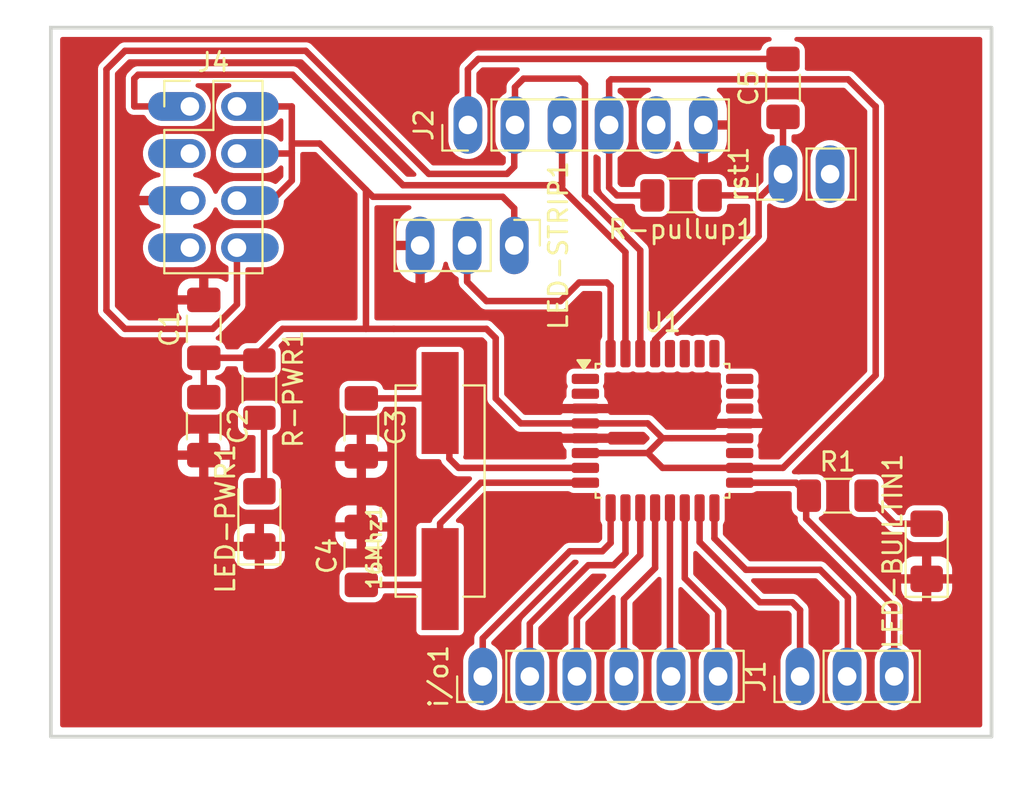
<source format=kicad_pcb>
(kicad_pcb (version 20241229) (generator "pcbnew") (generator_version "9.0")
  (layers (0 "F.Cu" signal) (2 "B.Cu" signal) (13 "F.Paste" user) (15 "B.Paste" user) (5 "F.SilkS" user "F.Silkscreen") (7 "B.SilkS" user "B.Silkscreen") (1 "F.Mask" user) (3 "B.Mask" user) (25 "Edge.Cuts" user))
  (net 0 "")
  (net 1 "GND")
  (net 2 "VCC")
  (net 3 "xtal1")
  (net 4 "xtal2")
  (net 5 "rstFTDI")
  (net 6 "rst")
  (net 7 "miso")
  (net 8 "sck")
  (net 9 "mosi")
  (net 11 "TXD")
  (net 12 "RXD")
  (net 13 "Net-(LED-BUILTIN1-A)")
  (net 14 "Net-(LED-PWR1-A)")
  (net 15 "9")
  (net 16 "5")
  (net 17 "8")
  (net 18 "6")
  (net 19 "10")
  (net 20 "7")
  (net 21 "ADC7")
  (net 22 "ADC6")
  (net 23 "4")
  (net 24 "2")
  (net 25 "3")
  (net 26 "SDA")
  (net 27 "A3")
  (net 28 "A0")
  (net 29 "SCL")
  (net 30 "A1")
  (net 31 "A2")
  (footprint "PinheadersModified:PinHeader_1x06_P2.54mm_VerticalAA" (layer "F.Cu") (at 109.3 113.75 90)
    (property "Reference" "i/o1" (at 0 -2.38 90) (layer "F.SilkS"))
    (property "Value" "Conn_01x06_Pin")
    (fp_line (start -1.38 -1.38) (end 0 -1.38) (stroke (width 0.12)) (layer "F.SilkS"))
    (fp_line (start -1.38 0) (end -1.38 -1.38) (stroke (width 0.12)) (layer "F.SilkS"))
    (fp_line (start 1.38 1.27) (end 1.38 14.08) (stroke (width 0.12)) (layer "F.SilkS"))
    (fp_line (start -1.38 1.27) (end 1.38 1.27) (stroke (width 0.12)) (layer "F.SilkS"))
    (fp_line (start -1.38 1.27) (end -1.38 14.08) (stroke (width 0.12)) (layer "F.SilkS"))
    (fp_line (start -1.38 14.08) (end 1.38 14.08) (stroke (width 0.12)) (layer "F.SilkS"))
    (pad "1" thru_hole oval (at 0 0 90) (size 3.1 1.55) (drill 1) (layers "*.Cu" "*.Mask") (net 16 "5"))
    (pad "2" thru_hole oval (at 0 2.54 90) (size 3.1 1.55) (drill 1) (layers "*.Cu" "*.Mask") (net 18 "6"))
    (pad "3" thru_hole oval (at 0 5.08 90) (size 3.1 1.55) (drill 1) (layers "*.Cu" "*.Mask") (net 20 "7"))
    (pad "4" thru_hole oval (at 0 7.62 90) (size 3.1 1.55) (drill 1) (layers "*.Cu" "*.Mask") (net 17 "8"))
    (pad "5" thru_hole oval (at 0 10.16 90) (size 3.1 1.55) (drill 1) (layers "*.Cu" "*.Mask") (net 15 "9"))
    (pad "6" thru_hole oval (at 0 12.7 90) (size 3.1 1.55) (drill 1) (layers "*.Cu" "*.Mask") (net 19 "10"))
  )
  (footprint "Connector_PinHeader_2.54mm:PinHeader_1x03_P2.54mm_Vertical" (layer "F.Cu") (at 126.42 113.75 90)
    (property "Reference" "J1" (at 0 -2.38 90) (layer "F.SilkS"))
    (property "Value" "Conn_01x03_Pin")
    (fp_line (start -1.38 -1.38) (end 0 -1.38) (stroke (width 0.12)) (layer "F.SilkS"))
    (fp_line (start -1.38 0) (end -1.38 -1.38) (stroke (width 0.12)) (layer "F.SilkS"))
    (fp_line (start 1.38 1.27) (end 1.38 6.46) (stroke (width 0.12)) (layer "F.SilkS"))
    (fp_line (start -1.38 1.27) (end 1.38 1.27) (stroke (width 0.12)) (layer "F.SilkS"))
    (fp_line (start -1.38 1.27) (end -1.38 6.46) (stroke (width 0.12)) (layer "F.SilkS"))
    (fp_line (start -1.38 6.46) (end 1.38 6.46) (stroke (width 0.12)) (layer "F.SilkS"))
    (pad "1" thru_hole oval (at 0 0 90) (size 3.1 1.55) (drill 1) (layers "*.Cu" "*.Mask") (net 9 "mosi"))
    (pad "2" thru_hole oval (at 0 2.54 90) (size 3.1 1.55) (drill 1) (layers "*.Cu" "*.Mask") (net 7 "miso"))
    (pad "3" thru_hole oval (at 0 5.08 90) (size 3.1 1.55) (drill 1) (layers "*.Cu" "*.Mask") (net 8 "sck"))
  )
  (footprint "Resistor_SMD:R_1206_3216Metric_Pad1.30x1.75mm_HandSolder" (layer "F.Cu") (at 97.25 98.25 -90)
    (property "Reference" "R-PWR1" (at 0 -1.83 90) (layer "F.SilkS"))
    (property "Value" "499")
    (fp_line (start -0.727064 0.91) (end 0.727064 0.91) (stroke (width 0.12)) (layer "F.SilkS"))
    (fp_line (start -0.727064 -0.91) (end 0.727064 -0.91) (stroke (width 0.12)) (layer "F.SilkS"))
    (pad "1" smd roundrect (at -1.55 0 270) (size 1.3 1.75) (layers "F.Cu" "F.Mask" "F.Paste") (roundrect_rratio 0.192308) (net 2 "VCC"))
    (pad "2" smd roundrect (at 1.55 0 270) (size 1.3 1.75) (layers "F.Cu" "F.Mask" "F.Paste") (roundrect_rratio 0.192308) (net 14 "Net-(LED-PWR1-A)"))
  )
  (footprint "PinheadersModified:PinHeader_1x06_P2.54mm_VerticalAA" (layer "F.Cu") (at 108.5 84 90)
    (property "Reference" "J2" (at 0 -2.38 90) (layer "F.SilkS"))
    (property "Value" "Conn_01x06_Pin")
    (fp_line (start -1.38 -1.38) (end 0 -1.38) (stroke (width 0.12)) (layer "F.SilkS"))
    (fp_line (start -1.38 0) (end -1.38 -1.38) (stroke (width 0.12)) (layer "F.SilkS"))
    (fp_line (start 1.38 1.27) (end 1.38 14.08) (stroke (width 0.12)) (layer "F.SilkS"))
    (fp_line (start -1.38 1.27) (end 1.38 1.27) (stroke (width 0.12)) (layer "F.SilkS"))
    (fp_line (start -1.38 1.27) (end -1.38 14.08) (stroke (width 0.12)) (layer "F.SilkS"))
    (fp_line (start -1.38 14.08) (end 1.38 14.08) (stroke (width 0.12)) (layer "F.SilkS"))
    (pad "1" thru_hole oval (at 0 0 90) (size 3.1 1.55) (drill 1) (layers "*.Cu" "*.Mask") (net 5 "rstFTDI"))
    (pad "2" thru_hole oval (at 0 2.54 90) (size 3.1 1.55) (drill 1) (layers "*.Cu" "*.Mask") (net 12 "RXD"))
    (pad "3" thru_hole oval (at 0 5.08 90) (size 3.1 1.55) (drill 1) (layers "*.Cu" "*.Mask") (net 11 "TXD"))
    (pad "4" thru_hole oval (at 0 7.62 90) (size 3.1 1.55) (drill 1) (layers "*.Cu" "*.Mask") (net 2 "VCC"))
    (pad "5" thru_hole oval (at 0 10.16 90) (size 3.1 1.55) (drill 1) (layers "*.Cu" "*.Mask"))
    (pad "6" thru_hole oval (at 0 12.7 90) (size 3.1 1.55) (drill 1) (layers "*.Cu" "*.Mask") (net 1 "GND"))
  )
  (footprint "Capacitor_SMD:C_1206_3216Metric_Pad1.33x1.80mm_HandSolder" (layer "F.Cu") (at 102.75 100.3125 -90)
    (property "Reference" "C3" (at 0 -1.85 90) (layer "F.SilkS"))
    (property "Value" "22 pf")
    (fp_line (start -0.711252 0.91) (end 0.711252 0.91) (stroke (width 0.12)) (layer "F.SilkS"))
    (fp_line (start -0.711252 -0.91) (end 0.711252 -0.91) (stroke (width 0.12)) (layer "F.SilkS"))
    (pad "1" smd roundrect (at -1.5625 0 270) (size 1.325 1.8) (layers "F.Cu" "F.Mask" "F.Paste") (roundrect_rratio 0.188679) (net 3 "xtal1"))
    (pad "2" smd roundrect (at 1.5625 0 270) (size 1.325 1.8) (layers "F.Cu" "F.Mask" "F.Paste") (roundrect_rratio 0.188679) (net 1 "GND"))
  )
  (footprint "LED_SMD:LED_1206_3216Metric_Pad1.42x1.75mm_HandSolder" (layer "F.Cu") (at 97.25 105.25 90)
    (property "Reference" "LED-PWR1" (at 0 -1.83 90) (layer "F.SilkS"))
    (property "Value" "Green")
    (fp_line (start 1.6 -1.135) (end -2.46 -1.135) (stroke (width 0.12)) (layer "F.SilkS"))
    (fp_line (start -2.46 -1.135) (end -2.46 1.135) (stroke (width 0.12)) (layer "F.SilkS"))
    (fp_line (start -2.46 1.135) (end 1.6 1.135) (stroke (width 0.12)) (layer "F.SilkS"))
    (pad "1" smd roundrect (at -1.4875 0 90) (size 1.425 1.75) (layers "F.Cu" "F.Mask" "F.Paste") (roundrect_rratio 0.175439) (net 1 "GND"))
    (pad "2" smd roundrect (at 1.4875 0 90) (size 1.425 1.75) (layers "F.Cu" "F.Mask" "F.Paste") (roundrect_rratio 0.175439) (net 14 "Net-(LED-PWR1-A)"))
  )
  (footprint "Resistor_SMD:R_1206_3216Metric_Pad1.30x1.75mm_HandSolder" (layer "F.Cu") (at 120 87.8 180)
    (property "Reference" "R-pullup1" (at 0 -1.83 0) (layer "F.SilkS"))
    (property "Value" "10k")
    (fp_line (start -0.727064 0.91) (end 0.727064 0.91) (stroke (width 0.12)) (layer "F.SilkS"))
    (fp_line (start -0.727064 -0.91) (end 0.727064 -0.91) (stroke (width 0.12)) (layer "F.SilkS"))
    (pad "1" smd roundrect (at -1.55 0 180) (size 1.3 1.75) (layers "F.Cu" "F.Mask" "F.Paste") (roundrect_rratio 0.192308) (net 6 "rst"))
    (pad "2" smd roundrect (at 1.55 0 180) (size 1.3 1.75) (layers "F.Cu" "F.Mask" "F.Paste") (roundrect_rratio 0.192308) (net 2 "VCC"))
  )
  (footprint "Capacitor_SMD:C_1206_3216Metric_Pad1.33x1.80mm_HandSolder" (layer "F.Cu") (at 125.5 82 90)
    (property "Reference" "C5" (at 0 -1.85 90) (layer "F.SilkS"))
    (property "Value" "100 nf")
    (fp_line (start -0.711252 -0.91) (end 0.711252 -0.91) (stroke (width 0.12)) (layer "F.SilkS"))
    (fp_line (start -0.711252 0.91) (end 0.711252 0.91) (stroke (width 0.12)) (layer "F.SilkS"))
    (pad "1" smd roundrect (at -1.5625 0 90) (size 1.325 1.8) (layers "F.Cu" "F.Mask" "F.Paste") (roundrect_rratio 0.188679) (net 6 "rst"))
    (pad "2" smd roundrect (at 1.5625 0 90) (size 1.325 1.8) (layers "F.Cu" "F.Mask" "F.Paste") (roundrect_rratio 0.188679) (net 5 "rstFTDI"))
  )
  (footprint "Connector_PinHeader_2.54mm:PinHeader_1x03_P2.54mm_Vertical" (layer "F.Cu") (at 111 90.5 -90)
    (property "Reference" "LED-STRIP1" (at 0 -2.38 270) (layer "F.SilkS"))
    (property "Value" "Conn_01x03_Pin")
    (fp_line (start -1.38 6.46) (end 1.38 6.46) (stroke (width 0.12)) (layer "F.SilkS"))
    (fp_line (start -1.38 1.27) (end -1.38 6.46) (stroke (width 0.12)) (layer "F.SilkS"))
    (fp_line (start -1.38 1.27) (end 1.38 1.27) (stroke (width 0.12)) (layer "F.SilkS"))
    (fp_line (start 1.38 1.27) (end 1.38 6.46) (stroke (width 0.12)) (layer "F.SilkS"))
    (fp_line (start -1.38 0) (end -1.38 -1.38) (stroke (width 0.12)) (layer "F.SilkS"))
    (fp_line (start -1.38 -1.38) (end 0 -1.38) (stroke (width 0.12)) (layer "F.SilkS"))
    (pad "1" thru_hole oval (at 0 0 270) (size 3.1 1.55) (drill 1) (layers "*.Cu" "*.Mask") (net 2 "VCC"))
    (pad "2" thru_hole oval (at 0 2.54 270) (size 3.1 1.55) (drill 1) (layers "*.Cu" "*.Mask") (net 24 "2"))
    (pad "3" thru_hole oval (at 0 5.08 270) (size 3.1 1.55) (drill 1) (layers "*.Cu" "*.Mask") (net 1 "GND"))
  )
  (footprint "Package_QFP:TQFP-32_7x7mm_P0.8mm" (layer "F.Cu") (at 119 100.5)
    (property "Reference" "U1" (at 0 -5.85 0) (layer "F.SilkS"))
    (property "Value" "ATmega328P-A")
    (fp_line (start -3.61 -3.61) (end -3.335 -3.61) (stroke (width 0.12)) (layer "F.SilkS"))
    (fp_line (start -3.61 -3.335) (end -3.61 -3.61) (stroke (width 0.12)) (layer "F.SilkS"))
    (fp_line (start -3.61 3.61) (end -3.61 3.335) (stroke (width 0.12)) (layer "F.SilkS"))
    (fp_line (start -3.335 3.61) (end -3.61 3.61) (stroke (width 0.12)) (layer "F.SilkS"))
    (fp_line (start 3.335 -3.61) (end 3.61 -3.61) (stroke (width 0.12)) (layer "F.SilkS"))
    (fp_line (start 3.61 -3.61) (end 3.61 -3.335) (stroke (width 0.12)) (layer "F.SilkS"))
    (fp_line (start 3.61 3.335) (end 3.61 3.61) (stroke (width 0.12)) (layer "F.SilkS"))
    (fp_line (start 3.61 3.61) (end 3.335 3.61) (stroke (width 0.12)) (layer "F.SilkS"))
    (fp_poly (pts (xy -4.25 -3.34) (xy -4.59 -3.81) (xy -3.91 -3.81)) (stroke (width 0.12)) (fill yes) (layer "F.SilkS"))
    (pad "1" smd roundrect (at -4.1625 -2.8) (size 1.475 0.55) (layers "F.Cu" "F.Mask" "F.Paste") (net 25 "3"))
    (pad "2" smd roundrect (at -4.1625 -2) (size 1.475 0.55) (layers "F.Cu" "F.Mask" "F.Paste") (net 23 "4"))
    (pad "3" smd roundrect (at -4.1625 -1.2) (size 1.475 0.55) (layers "F.Cu" "F.Mask" "F.Paste") (net 1 "GND"))
    (pad "4" smd roundrect (at -4.1625 -0.4) (size 1.475 0.55) (layers "F.Cu" "F.Mask" "F.Paste") (net 2 "VCC"))
    (pad "5" smd roundrect (at -4.1625 0.4) (size 1.475 0.55) (layers "F.Cu" "F.Mask" "F.Paste") (net 1 "GND"))
    (pad "6" smd roundrect (at -4.1625 1.2) (size 1.475 0.55) (layers "F.Cu" "F.Mask" "F.Paste") (net 2 "VCC"))
    (pad "7" smd roundrect (at -4.1625 2) (size 1.475 0.55) (layers "F.Cu" "F.Mask" "F.Paste") (net 3 "xtal1"))
    (pad "8" smd roundrect (at -4.1625 2.8) (size 1.475 0.55) (layers "F.Cu" "F.Mask" "F.Paste") (net 4 "xtal2"))
    (pad "9" smd roundrect (at -2.8 4.1625) (size 0.55 1.475) (layers "F.Cu" "F.Mask" "F.Paste") (net 16 "5"))
    (pad "10" smd roundrect (at -2 4.1625) (size 0.55 1.475) (layers "F.Cu" "F.Mask" "F.Paste") (net 18 "6"))
    (pad "11" smd roundrect (at -1.2 4.1625) (size 0.55 1.475) (layers "F.Cu" "F.Mask" "F.Paste") (net 20 "7"))
    (pad "12" smd roundrect (at -0.4 4.1625) (size 0.55 1.475) (layers "F.Cu" "F.Mask" "F.Paste") (net 17 "8"))
    (pad "13" smd roundrect (at 0.4 4.1625) (size 0.55 1.475) (layers "F.Cu" "F.Mask" "F.Paste") (net 15 "9"))
    (pad "14" smd roundrect (at 1.2 4.1625) (size 0.55 1.475) (layers "F.Cu" "F.Mask" "F.Paste") (net 19 "10"))
    (pad "15" smd roundrect (at 2 4.1625) (size 0.55 1.475) (layers "F.Cu" "F.Mask" "F.Paste") (net 9 "mosi"))
    (pad "16" smd roundrect (at 2.8 4.1625) (size 0.55 1.475) (layers "F.Cu" "F.Mask" "F.Paste") (net 7 "miso"))
    (pad "17" smd roundrect (at 4.1625 2.8) (size 1.475 0.55) (layers "F.Cu" "F.Mask" "F.Paste") (net 8 "sck"))
    (pad "18" smd roundrect (at 4.1625 2) (size 1.475 0.55) (layers "F.Cu" "F.Mask" "F.Paste") (net 2 "VCC"))
    (pad "19" smd roundrect (at 4.1625 1.2) (size 1.475 0.55) (layers "F.Cu" "F.Mask" "F.Paste") (net 22 "ADC6"))
    (pad "20" smd roundrect (at 4.1625 0.4) (size 1.475 0.55) (layers "F.Cu" "F.Mask" "F.Paste") (net 2 "VCC"))
    (pad "21" smd roundrect (at 4.1625 -0.4) (size 1.475 0.55) (layers "F.Cu" "F.Mask" "F.Paste") (net 1 "GND"))
    (pad "22" smd roundrect (at 4.1625 -1.2) (size 1.475 0.55) (layers "F.Cu" "F.Mask" "F.Paste") (net 21 "ADC7"))
    (pad "23" smd roundrect (at 4.1625 -2) (size 1.475 0.55) (layers "F.Cu" "F.Mask" "F.Paste") (net 28 "A0"))
    (pad "24" smd roundrect (at 4.1625 -2.8) (size 1.475 0.55) (layers "F.Cu" "F.Mask" "F.Paste") (net 30 "A1"))
    (pad "25" smd roundrect (at 2.8 -4.1625) (size 0.55 1.475) (layers "F.Cu" "F.Mask" "F.Paste") (net 31 "A2"))
    (pad "26" smd roundrect (at 2 -4.1625) (size 0.55 1.475) (layers "F.Cu" "F.Mask" "F.Paste") (net 27 "A3"))
    (pad "27" smd roundrect (at 1.2 -4.1625) (size 0.55 1.475) (layers "F.Cu" "F.Mask" "F.Paste") (net 29 "SCL"))
    (pad "28" smd roundrect (at 0.4 -4.1625) (size 0.55 1.475) (layers "F.Cu" "F.Mask" "F.Paste") (net 26 "SDA"))
    (pad "29" smd roundrect (at -0.4 -4.1625) (size 0.55 1.475) (layers "F.Cu" "F.Mask" "F.Paste") (net 6 "rst"))
    (pad "30" smd roundrect (at -1.2 -4.1625) (size 0.55 1.475) (layers "F.Cu" "F.Mask" "F.Paste") (net 12 "RXD"))
    (pad "31" smd roundrect (at -2 -4.1625) (size 0.55 1.475) (layers "F.Cu" "F.Mask" "F.Paste") (net 11 "TXD"))
    (pad "32" smd roundrect (at -2.8 -4.1625) (size 0.55 1.475) (layers "F.Cu" "F.Mask" "F.Paste") (net 24 "2"))
  )
  (footprint "Capacitor_SMD:C_1206_3216Metric_Pad1.33x1.80mm_HandSolder" (layer "F.Cu") (at 94.25 100.25 -90)
    (property "Reference" "C2" (at 0 -1.85 90) (layer "F.SilkS"))
    (property "Value" "10 uf")
    (fp_line (start -0.711252 0.91) (end 0.711252 0.91) (stroke (width 0.12)) (layer "F.SilkS"))
    (fp_line (start -0.711252 -0.91) (end 0.711252 -0.91) (stroke (width 0.12)) (layer "F.SilkS"))
    (pad "1" smd roundrect (at -1.5625 0 270) (size 1.325 1.8) (layers "F.Cu" "F.Mask" "F.Paste") (roundrect_rratio 0.188679) (net 2 "VCC"))
    (pad "2" smd roundrect (at 1.5625 0 270) (size 1.325 1.8) (layers "F.Cu" "F.Mask" "F.Paste") (roundrect_rratio 0.188679) (net 1 "GND"))
  )
  (footprint "crystalSmd:crystalSmd" (layer "F.Cu") (at 107 103.75 90)
    (property "Reference" "16Mhz1" (at -3.029915 -3.551635 90) (layer "F.SilkS") (effects (font (size 0.789992 0.789992))))
    (property "Value" "Crystal")
    (fp_line (start 5.7 -2.4) (end 5.7 -1.254) (stroke (width 0.127)) (layer "F.SilkS"))
    (fp_line (start -5.7 -2.4) (end 5.7 -2.4) (stroke (width 0.127)) (layer "F.SilkS"))
    (fp_line (start -5.7 -1.254) (end -5.7 -2.4) (stroke (width 0.127)) (layer "F.SilkS"))
    (fp_line (start 5.7 1.254) (end 5.7 2.4) (stroke (width 0.127)) (layer "F.SilkS"))
    (fp_line (start 5.7 2.4) (end -5.7 2.4) (stroke (width 0.127)) (layer "F.SilkS"))
    (fp_line (start -5.7 2.4) (end -5.7 1.254) (stroke (width 0.127)) (layer "F.SilkS"))
    (pad "1" smd rect (at -4.75 0 90) (size 5.5 2) (layers "F.Cu" "F.Mask" "F.Paste") (net 4 "xtal2"))
    (pad "2" smd rect (at 4.75 0 90) (size 5.5 2) (layers "F.Cu" "F.Mask" "F.Paste") (net 3 "xtal1"))
  )
  (footprint "Capacitor_SMD:C_1206_3216Metric_Pad1.33x1.80mm_HandSolder" (layer "F.Cu") (at 102.75 107.25 90)
    (property "Reference" "C4" (at 0 -1.85 90) (layer "F.SilkS"))
    (property "Value" "22 pf")
    (fp_line (start -0.711252 -0.91) (end 0.711252 -0.91) (stroke (width 0.12)) (layer "F.SilkS"))
    (fp_line (start -0.711252 0.91) (end 0.711252 0.91) (stroke (width 0.12)) (layer "F.SilkS"))
    (pad "1" smd roundrect (at -1.5625 0 90) (size 1.325 1.8) (layers "F.Cu" "F.Mask" "F.Paste") (roundrect_rratio 0.188679) (net 4 "xtal2"))
    (pad "2" smd roundrect (at 1.5625 0 90) (size 1.325 1.8) (layers "F.Cu" "F.Mask" "F.Paste") (roundrect_rratio 0.188679) (net 1 "GND"))
  )
  (footprint "PinheadersModified:PinHeader_2x04_P2.54mm_Vertical" (layer "F.Cu") (at 93.5 83)
    (property "Reference" "J4" (at 1.27 -2.38 0) (layer "F.SilkS"))
    (property "Value" "Conn_WiFi")
    (fp_line (start -1.38 -1.38) (end 0 -1.38) (stroke (width 0.12)) (layer "F.SilkS"))
    (fp_line (start -1.38 0) (end -1.38 -1.38) (stroke (width 0.12)) (layer "F.SilkS"))
    (fp_line (start -1.38 1.27) (end -1.38 9) (stroke (width 0.12)) (layer "F.SilkS"))
    (fp_line (start -1.38 1.27) (end 1.27 1.27) (stroke (width 0.12)) (layer "F.SilkS"))
    (fp_line (start -1.38 9) (end 3.92 9) (stroke (width 0.12)) (layer "F.SilkS"))
    (fp_line (start 1.27 -1.38) (end 3.92 -1.38) (stroke (width 0.12)) (layer "F.SilkS"))
    (fp_line (start 1.27 1.27) (end 1.27 -1.38) (stroke (width 0.12)) (layer "F.SilkS"))
    (fp_line (start 3.92 -1.38) (end 3.92 9) (stroke (width 0.12)) (layer "F.SilkS"))
    (pad "1" thru_hole oval (at 0 0) (size 3.1 1.55) (drill 1 (offset -0.7 0)) (layers "*.Cu" "*.Mask") (net 11 "TXD"))
    (pad "2" thru_hole oval (at 2.54 0 180) (size 3.1 1.55) (drill 1 (offset -0.7 0)) (layers "*.Cu" "*.Mask") (net 2 "VCC"))
    (pad "3" thru_hole oval (at 0 2.54) (size 3.1 1.55) (drill 1 (offset -0.7 0)) (layers "*.Cu" "*.Mask"))
    (pad "4" thru_hole oval (at 2.54 2.54 180) (size 3.1 1.55) (drill 1 (offset -0.7 0)) (layers "*.Cu" "*.Mask") (net 2 "VCC"))
    (pad "5" thru_hole oval (at 0 5.08) (size 3.1 1.55) (drill 1 (offset -0.7 0)) (layers "*.Cu" "*.Mask") (net 1 "GND"))
    (pad "6" thru_hole oval (at 2.54 5.08 180) (size 3.1 1.55) (drill 1 (offset -0.7 0)) (layers "*.Cu" "*.Mask") (net 2 "VCC"))
    (pad "7" thru_hole oval (at 0 7.62) (size 3.1 1.55) (drill 1 (offset -0.7 0)) (layers "*.Cu" "*.Mask"))
    (pad "8" thru_hole oval (at 2.54 7.62 180) (size 3.1 1.55) (drill 1 (offset -0.7 0)) (layers "*.Cu" "*.Mask") (net 12 "RXD"))
  )
  (footprint "LED_SMD:LED_1206_3216Metric_Pad1.42x1.75mm_HandSolder" (layer "F.Cu") (at 133.25 107 90)
    (property "Reference" "LED-BUILTIN1" (at 0 -1.83 90) (layer "F.SilkS"))
    (property "Value" "yellow")
    (fp_line (start 1.6 -1.135) (end -2.46 -1.135) (stroke (width 0.12)) (layer "F.SilkS"))
    (fp_line (start -2.46 -1.135) (end -2.46 1.135) (stroke (width 0.12)) (layer "F.SilkS"))
    (fp_line (start -2.46 1.135) (end 1.6 1.135) (stroke (width 0.12)) (layer "F.SilkS"))
    (pad "1" smd roundrect (at -1.4875 0 90) (size 1.425 1.75) (layers "F.Cu" "F.Mask" "F.Paste") (roundrect_rratio 0.175439) (net 1 "GND"))
    (pad "2" smd roundrect (at 1.4875 0 90) (size 1.425 1.75) (layers "F.Cu" "F.Mask" "F.Paste") (roundrect_rratio 0.175439) (net 13 "Net-(LED-BUILTIN1-A)"))
  )
  (footprint "Connector_PinHeader_2.54mm:PinHeader_1x02_P2.54mm_Vertical" (layer "F.Cu") (at 125.5 86.65 90)
    (property "Reference" "rst1" (at 0 -2.38 90) (layer "F.SilkS"))
    (property "Value" "Conn_01x02_Pin")
    (fp_line (start -1.38 -1.38) (end 0 -1.38) (stroke (width 0.12)) (layer "F.SilkS"))
    (fp_line (start -1.38 0) (end -1.38 -1.38) (stroke (width 0.12)) (layer "F.SilkS"))
    (fp_line (start 1.38 1.27) (end 1.38 3.92) (stroke (width 0.12)) (layer "F.SilkS"))
    (fp_line (start -1.38 1.27) (end 1.38 1.27) (stroke (width 0.12)) (layer "F.SilkS"))
    (fp_line (start -1.38 1.27) (end -1.38 3.92) (stroke (width 0.12)) (layer "F.SilkS"))
    (fp_line (start -1.38 3.92) (end 1.38 3.92) (stroke (width 0.12)) (layer "F.SilkS"))
    (pad "1" thru_hole oval (at 0 0 90) (size 3.1 1.55) (drill 1) (layers "*.Cu" "*.Mask") (net 6 "rst"))
    (pad "2" thru_hole oval (at 0 2.54 90) (size 3.1 1.55) (drill 1) (layers "*.Cu" "*.Mask"))
  )
  (footprint "Resistor_SMD:R_1206_3216Metric_Pad1.30x1.75mm_HandSolder" (layer "F.Cu") (at 128.45 104)
    (property "Reference" "R1" (at 0 -1.83 0) (layer "F.SilkS"))
    (property "Value" "499")
    (fp_line (start -0.727064 -0.91) (end 0.727064 -0.91) (stroke (width 0.12)) (layer "F.SilkS"))
    (fp_line (start -0.727064 0.91) (end 0.727064 0.91) (stroke (width 0.12)) (layer "F.SilkS"))
    (pad "1" smd roundrect (at -1.55 0) (size 1.3 1.75) (layers "F.Cu" "F.Mask" "F.Paste") (roundrect_rratio 0.192308) (net 8 "sck"))
    (pad "2" smd roundrect (at 1.55 0) (size 1.3 1.75) (layers "F.Cu" "F.Mask" "F.Paste") (roundrect_rratio 0.192308) (net 13 "Net-(LED-BUILTIN1-A)"))
  )
  (footprint "Capacitor_SMD:C_1206_3216Metric_Pad1.33x1.80mm_HandSolder" (layer "F.Cu") (at 94.25 95 90)
    (property "Reference" "C1" (at 0 -1.85 90) (layer "F.SilkS"))
    (property "Value" "1 uf")
    (fp_line (start -0.711252 -0.91) (end 0.711252 -0.91) (stroke (width 0.12)) (layer "F.SilkS"))
    (fp_line (start -0.711252 0.91) (end 0.711252 0.91) (stroke (width 0.12)) (layer "F.SilkS"))
    (pad "1" smd roundrect (at -1.5625 0 90) (size 1.325 1.8) (layers "F.Cu" "F.Mask" "F.Paste") (roundrect_rratio 0.188679) (net 2 "VCC"))
    (pad "2" smd roundrect (at 1.5625 0 90) (size 1.325 1.8) (layers "F.Cu" "F.Mask" "F.Paste") (roundrect_rratio 0.188679) (net 1 "GND"))
  )
  (gr_rect (start 86 78.75) (end 136.75 117) (stroke (width 0.2)) (fill no) (layer "Edge.Cuts"))
  (segment (start 90.5 92.5) (end 91.4375 93.4375) (width 0.35) (layer "F.Cu") (net 1))
  (segment (start 93.42 88) (end 90.5 88) (width 0.35) (layer "F.Cu") (net 1))
  (segment (start 93.5 88.08) (end 93 87.58) (width 0.35) (layer "F.Cu") (net 1))
  (segment (start 93.5 88.08) (end 93.42 88) (width 0.35) (layer "F.Cu") (net 1))
  (segment (start 91.4375 93.4375) (end 94.25 93.4375) (width 0.35) (layer "F.Cu") (net 1))
  (segment (start 90.5 88) (end 90.5 92.5) (width 0.35) (layer "F.Cu") (net 1))
  (segment (start 118.2 101.7) (end 119 102.5) (width 0.35) (layer "F.Cu") (net 2))
  (segment (start 100.5 85) (end 103 87.5) (width 0.35) (layer "F.Cu") (net 2))
  (segment (start 97.25 96.25) (end 98.5 95) (width 0.35) (layer "F.Cu") (net 2))
  (segment (start 99 85) (end 100.5 85) (width 0.35) (layer "F.Cu") (net 2))
  (segment (start 94.7625 96.7) (end 94.75 96.6875) (width 0.35) (layer "F.Cu") (net 2))
  (segment (start 129.013078 81.536) (end 116.2275 81.536) (width 0.35) (layer "F.Cu") (net 2))
  (segment (start 110 98.75) (end 111.35 100.1) (width 0.35) (layer "F.Cu") (net 2))
  (segment (start 110 95.5) (end 110 98.75) (width 0.35) (layer "F.Cu") (net 2))
  (segment (start 125.5 102.5) (end 130.5 97.5) (width 0.35) (layer "F.Cu") (net 2))
  (segment (start 116.12 87.38) (end 116.12 84) (width 0.35) (layer "F.Cu") (net 2))
  (segment (start 94.25 96.5625) (end 97.1125 96.5625) (width 0.35) (layer "F.Cu") (net 2))
  (segment (start 109.5 95) (end 110 95.5) (width 0.35) (layer "F.Cu") (net 2))
  (segment (start 103 87.5) (end 103 95) (width 0.35) (layer "F.Cu") (net 2))
  (segment (start 116.54 87.8) (end 118.45 87.8) (width 0.35) (layer "F.Cu") (net 2))
  (segment (start 99 85.5) (end 99 85) (width 0.35) (layer "F.Cu") (net 2))
  (segment (start 104.5 95) (end 109.5 95) (width 0.35) (layer "F.Cu") (net 2))
  (segment (start 114.8375 100.1) (end 118.2 100.1) (width 0.35) (layer "F.Cu") (net 2))
  (segment (start 118.2 101.7) (end 119 100.9) (width 0.35) (layer "F.Cu") (net 2))
  (segment (start 111 88.5) (end 110.375 87.875) (width 0.35) (layer "F.Cu") (net 2))
  (segment (start 119.5 100.9) (end 123.1625 100.9) (width 0.35) (layer "F.Cu") (net 2))
  (segment (start 114.8375 101.7) (end 118.2 101.7) (width 0.35) (layer "F.Cu") (net 2))
  (segment (start 111.35 100.1) (end 114.8375 100.1) (width 0.35) (layer "F.Cu") (net 2))
  (segment (start 98.5 95) (end 103 95) (width 0.35) (layer "F.Cu") (net 2))
  (segment (start 111 90) (end 111 88.5) (width 0.35) (layer "F.Cu") (net 2))
  (segment (start 99 83) (end 99 85) (width 0.35) (layer "F.Cu") (net 2))
  (segment (start 98.96 85.54) (end 99 85.5) (width 0.35) (layer "F.Cu") (net 2))
  (segment (start 103.375 87.875) (end 103 87.5) (width 0.35) (layer "F.Cu") (net 2))
  (segment (start 118.2 100.1) (end 119 100.9) (width 0.35) (layer "F.Cu") (net 2))
  (segment (start 123.1625 102.5) (end 125.5 102.5) (width 0.35) (layer "F.Cu") (net 2))
  (segment (start 97.25 96.95) (end 97.25 96.25) (width 0.35) (layer "F.Cu") (net 2))
  (segment (start 119 100.9) (end 119.5 100.9) (width 0.35) (layer "F.Cu") (net 2))
  (segment (start 116.12 81.6435) (end 116.12 84) (width 0.35) (layer "F.Cu") (net 2))
  (segment (start 116.12 87.38) (end 116.54 87.8) (width 0.35) (layer "F.Cu") (net 2))
  (segment (start 110.375 87.875) (end 103.375 87.875) (width 0.35) (layer "F.Cu") (net 2))
  (segment (start 116.2275 81.536) (end 116.12 81.6435) (width 0.35) (layer "F.Cu") (net 2))
  (segment (start 130.477078 83) (end 129.013078 81.536) (width 0.35) (layer "F.Cu") (net 2))
  (segment (start 97.1125 96.5625) (end 97.25 96.7) (width 0.35) (layer "F.Cu") (net 2))
  (segment (start 96.04 85.54) (end 96.54 85.04) (width 0.35) (layer "F.Cu") (net 2))
  (segment (start 94.25 96.5625) (end 94.25 98.6875) (width 0.35) (layer "F.Cu") (net 2))
  (segment (start 99 87) (end 97.92 88.08) (width 0.35) (layer "F.Cu") (net 2))
  (segment (start 130.5 97.5) (end 130.5 83) (width 0.35) (layer "F.Cu") (net 2))
  (segment (start 96.04 83) (end 96.54 82.5) (width 0.35) (layer "F.Cu") (net 2))
  (segment (start 96.04 88.08) (end 96.54 87.58) (width 0.35) (layer "F.Cu") (net 2))
  (segment (start 97.92 88.08) (end 96.04 88.08) (width 0.35) (layer "F.Cu") (net 2))
  (segment (start 96.04 83) (end 99 83) (width 0.35) (layer "F.Cu") (net 2))
  (segment (start 130.5 83) (end 130.477078 83) (width 0.35) (layer "F.Cu") (net 2))
  (segment (start 96.04 85.54) (end 98.96 85.54) (width 0.35) (layer "F.Cu") (net 2))
  (segment (start 99 87) (end 99 85.5) (width 0.35) (layer "F.Cu") (net 2))
  (segment (start 119 102.5) (end 123.1625 102.5) (width 0.35) (layer "F.Cu") (net 2))
  (segment (start 103 95) (end 104.5 95) (width 0.35) (layer "F.Cu") (net 2))
  (segment (start 107.5 102) (end 107.5 98) (width 0.35) (layer "F.Cu") (net 3))
  (segment (start 107.5 98) (end 106.9375 97.4375) (width 0.35) (layer "F.Cu") (net 3))
  (segment (start 107.3125 98.9375) (end 107.75 98.5) (width 0.35) (layer "F.Cu") (net 3))
  (segment (start 114.8375 102.5) (end 108 102.5) (width 0.35) (layer "F.Cu") (net 3))
  (segment (start 108 102.5) (end 107.5 102) (width 0.35) (layer "F.Cu") (net 3))
  (segment (start 102.75 98.75) (end 106.75 98.75) (width 0.35) (layer "F.Cu") (net 3))
  (segment (start 106.75 98.75) (end 107 99) (width 0.35) (layer "F.Cu") (net 3))
  (segment (start 107 108.25) (end 107.375 108.625) (width 0.35) (layer "F.Cu") (net 4))
  (segment (start 109.2 103.3) (end 107 105.5) (width 0.35) (layer "F.Cu") (net 4))
  (segment (start 106.6875 108.8125) (end 107 108.5) (width 0.35) (layer "F.Cu") (net 4))
  (segment (start 102.75 108.8125) (end 106.6875 108.8125) (width 0.35) (layer "F.Cu") (net 4))
  (segment (start 107 105.5) (end 107 108.25) (width 0.35) (layer "F.Cu") (net 4))
  (segment (start 114.8375 103.3) (end 109.2 103.3) (width 0.35) (layer "F.Cu") (net 4))
  (segment (start 108.5 81) (end 109.0625 80.4375) (width 0.35) (layer "F.Cu") (net 5))
  (segment (start 108.5 84) (end 108.5 81) (width 0.35) (layer "F.Cu") (net 5))
  (segment (start 109.0625 80.4375) (end 125.5 80.4375) (width 0.35) (layer "F.Cu") (net 5))
  (segment (start 118.6 96.3375) (end 118.6 95.585138) (width 0.35) (layer "F.Cu") (net 6))
  (segment (start 125.5 86.65) (end 125.5 83.5625) (width 0.35) (layer "F.Cu") (net 6))
  (segment (start 124.020276 87.8) (end 124.185138 87.964862) (width 0.35) (layer "F.Cu") (net 6))
  (segment (start 124.185138 90) (end 124.185138 87.964862) (width 0.35) (layer "F.Cu") (net 6))
  (segment (start 118.6 95.585138) (end 124.185138 90) (width 0.35) (layer "F.Cu") (net 6))
  (segment (start 124.185138 87.964862) (end 125.5 86.65) (width 0.35) (layer "F.Cu") (net 6))
  (segment (start 121.55 87.8) (end 124.020276 87.8) (width 0.35) (layer "F.Cu") (net 6))
  (segment (start 123.5 108) (end 127.5 108) (width 0.35) (layer "F.Cu") (net 7))
  (segment (start 121.8 106.3) (end 123.5 108) (width 0.35) (layer "F.Cu") (net 7))
  (segment (start 127.5 108) (end 129 109.5) (width 0.35) (layer "F.Cu") (net 7))
  (segment (start 121.8 104.6625) (end 121.8 106.3) (width 0.35) (layer "F.Cu") (net 7))
  (segment (start 129 113.46) (end 128.96 113.5) (width 0.35) (layer "F.Cu") (net 7))
  (segment (start 129 109.5) (end 129 113.46) (width 0.35) (layer "F.Cu") (net 7))
  (segment (start 126.75 105.25) (end 126.75 104) (width 0.35) (layer "F.Cu") (net 8))
  (segment (start 131.5 110) (end 126.75 105.25) (width 0.35) (layer "F.Cu") (net 8))
  (segment (start 126.75 104) (end 126.9 104) (width 0.35) (layer "F.Cu") (net 8))
  (segment (start 126.2 103.3) (end 123.1625 103.3) (width 0.35) (layer "F.Cu") (net 8))
  (segment (start 126.9 104) (end 126.2 103.3) (width 0.35) (layer "F.Cu") (net 8))
  (segment (start 131.5 113.5) (end 131.5 110) (width 0.35) (layer "F.Cu") (net 8))
  (segment (start 126.42 110.17) (end 126 109.75) (width 0.35) (layer "F.Cu") (net 9))
  (segment (start 126 109.75) (end 124.25 109.75) (width 0.35) (layer "F.Cu") (net 9))
  (segment (start 121 104.6625) (end 121 106.5) (width 0.35) (layer "F.Cu") (net 9))
  (segment (start 121 106.5) (end 124.25 109.75) (width 0.35) (layer "F.Cu") (net 9))
  (segment (start 126.42 113.5) (end 126.42 110.17) (width 0.35) (layer "F.Cu") (net 9))
  (segment (start 113.58 87.25) (end 113.58 86.5) (width 0.35) (layer "F.Cu") (net 11))
  (segment (start 93.5 83) (end 90.5 83) (width 0.35) (layer "F.Cu") (net 11))
  (segment (start 93.5 83) (end 93 82.5) (width 0.35) (layer "F.Cu") (net 11))
  (segment (start 90.5 81.5) (end 90.711 81.289) (width 0.35) (layer "F.Cu") (net 11))
  (segment (start 90.711 81.289) (end 99.039 81.289) (width 0.35) (layer "F.Cu") (net 11))
  (segment (start 99.039 81.289) (end 105 87.25) (width 0.35) (layer "F.Cu") (net 11))
  (segment (start 117 96.3375) (end 117 90.864084) (width 0.35) (layer "F.Cu") (net 11))
  (segment (start 105 87.25) (end 113.58 87.25) (width 0.35) (layer "F.Cu") (net 11))
  (segment (start 113.58 87.444084) (end 113.58 86.5) (width 0.35) (layer "F.Cu") (net 11))
  (segment (start 117 90.864084) (end 113.58 87.444084) (width 0.35) (layer "F.Cu") (net 11))
  (segment (start 113.58 86.5) (end 113.58 84) (width 0.35) (layer "F.Cu") (net 11))
  (segment (start 90.5 83) (end 90.5 81.5) (width 0.35) (layer "F.Cu") (net 11))
  (segment (start 114.5 81.5) (end 114.816 81.816) (width 0.35) (layer "F.Cu") (net 12))
  (segment (start 111 86.25) (end 111 84.04) (width 0.35) (layer "F.Cu") (net 12))
  (segment (start 115.032032 88) (end 117.8 90.767968) (width 0.35) (layer "F.Cu") (net 12))
  (segment (start 110.611 86.639) (end 111 86.25) (width 0.35) (layer "F.Cu") (net 12))
  (segment (start 111.04 84) (end 111.04 81.96) (width 0.35) (layer "F.Cu") (net 12))
  (segment (start 111.04 81.96) (end 111.5 81.5) (width 0.35) (layer "F.Cu") (net 12))
  (segment (start 89 94) (end 89 81) (width 0.35) (layer "F.Cu") (net 12))
  (segment (start 111 84.04) (end 111.04 84) (width 0.35) (layer "F.Cu") (net 12))
  (segment (start 106.389 86.639) (end 110.611 86.639) (width 0.35) (layer "F.Cu") (net 12))
  (segment (start 115 88) (end 115.032032 88) (width 0.35) (layer "F.Cu") (net 12))
  (segment (start 94.727078 95) (end 90 95) (width 0.35) (layer "F.Cu") (net 12))
  (segment (start 111.04 84) (end 111.04 85.46) (width 0.35) (layer "F.Cu") (net 12))
  (segment (start 90 95) (end 89 94) (width 0.35) (layer "F.Cu") (net 12))
  (segment (start 114.816 87.816) (end 115 88) (width 0.35) (layer "F.Cu") (net 12))
  (segment (start 89 81) (end 90 80) (width 0.35) (layer "F.Cu") (net 12))
  (segment (start 111.5 81.5) (end 114.5 81.5) (width 0.35) (layer "F.Cu") (net 12))
  (segment (start 90 80) (end 99.75 80) (width 0.35) (layer "F.Cu") (net 12))
  (segment (start 99.75 80) (end 106.389 86.639) (width 0.35) (layer "F.Cu") (net 12))
  (segment (start 111.04 85.46) (end 111 85.5) (width 0.35) (layer "F.Cu") (net 12))
  (segment (start 96.04 93.687078) (end 94.727078 95) (width 0.35) (layer "F.Cu") (net 12))
  (segment (start 96.04 90.62) (end 96.04 93.687078) (width 0.35) (layer "F.Cu") (net 12))
  (segment (start 117.8 90.767968) (end 117.8 96.3375) (width 0.35) (layer "F.Cu") (net 12))
  (segment (start 114.816 81.816) (end 114.816 87.816) (width 0.35) (layer "F.Cu") (net 12))
  (segment (start 131.5125 105.5125) (end 130 104) (width 0.35) (layer "F.Cu") (net 13))
  (segment (start 133.25 105.5125) (end 131.5125 105.5125) (width 0.35) (layer "F.Cu") (net 13))
  (segment (start 97.5 99.8) (end 97.5 103.5125) (width 0.35) (layer "F.Cu") (net 14))
  (segment (start 119.4 113.44) (end 119.46 113.5) (width 0.35) (layer "F.Cu") (net 15))
  (segment (start 119.4 104.6625) (end 119.4 113.44) (width 0.35) (layer "F.Cu") (net 15))
  (segment (start 109.3 113.5) (end 109.3 111.7) (width 0.35) (layer "F.Cu") (net 16))
  (segment (start 116.2 106.55) (end 116.2 104.6625) (width 0.35) (layer "F.Cu") (net 16))
  (segment (start 114 107) (end 115.75 107) (width 0.35) (layer "F.Cu") (net 16))
  (segment (start 115.75 107) (end 116.2 106.55) (width 0.35) (layer "F.Cu") (net 16))
  (segment (start 109.3 111.7) (end 114 107) (width 0.35) (layer "F.Cu") (net 16))
  (segment (start 116.92 109.58) (end 118.6 107.9) (width 0.35) (layer "F.Cu") (net 17))
  (segment (start 116.92 113.5) (end 116.92 109.58) (width 0.35) (layer "F.Cu") (net 17))
  (segment (start 118.6 107.9) (end 118.6 104.6625) (width 0.35) (layer "F.Cu") (net 17))
  (segment (start 111.84 110.91) (end 115 107.75) (width 0.35) (layer "F.Cu") (net 18))
  (segment (start 117 107.107632) (end 117 104.6625) (width 0.35) (layer "F.Cu") (net 18))
  (segment (start 116.357632 107.75) (end 117 107.107632) (width 0.35) (layer "F.Cu") (net 18))
  (segment (start 115 107.75) (end 116.357632 107.75) (width 0.35) (layer "F.Cu") (net 18))
  (segment (start 111.84 113.5) (end 111.84 110.91) (width 0.35) (layer "F.Cu") (net 18))
  (segment (start 120.2 104.6625) (end 120.2 108.45) (width 0.35) (layer "F.Cu") (net 19))
  (segment (start 122 110.25) (end 122 113.5) (width 0.35) (layer "F.Cu") (net 19))
  (segment (start 120.2 108.45) (end 122 110.25) (width 0.35) (layer "F.Cu") (net 19))
  (segment (start 114.38 110.62) (end 117.8 107.2) (width 0.35) (layer "F.Cu") (net 20))
  (segment (start 114.38 113.75) (end 114.38 110.62) (width 0.35) (layer "F.Cu") (net 20))
  (segment (start 114.38 113.5) (end 114.38 113.75) (width 0.35) (layer "F.Cu") (net 20))
  (segment (start 117.8 107.2) (end 117.8 104.6625) (width 0.35) (layer "F.Cu") (net 20))
  (segment (start 123.1625 99.3) (end 123.2315 99.369) (width 0.35) (layer "F.Cu") (net 21))
  (segment (start 108.46 92.46) (end 109.5 93.5) (width 0.35) (layer "F.Cu") (net 24))
  (segment (start 114.5 92.5) (end 116 92.5) (width 0.35) (layer "F.Cu") (net 24))
  (segment (start 108.46 90.5) (end 108.46 92.46) (width 0.35) (layer "F.Cu") (net 24))
  (segment (start 108.46 90) (end 108.46 92.46) (width 0.35) (layer "F.Cu") (net 24))
  (segment (start 109.5 93.5) (end 113.5 93.5) (width 0.35) (layer "F.Cu") (net 24))
  (segment (start 113.5 93.5) (end 114.5 92.5) (width 0.35) (layer "F.Cu") (net 24))
  (segment (start 116 92.5) (end 116.2 92.7) (width 0.35) (layer "F.Cu") (net 24))
  (segment (start 116.2 92.7) (end 116.2 96.3375) (width 0.35) (layer "F.Cu") (net 24))
  (zone (net 1) (net_name "GND") (layer "F.Cu") (connect_pads (clearance 0.28)) (min_thickness 0.25) (fill yes (thermal_gap 0.5) (thermal_bridge_width 0.5))
    (polygon (pts (xy 83.256527 77.757928) (xy 83.256527 118.757928) (xy 138.506527 118.757928) (xy 138.506527 77.257928)))
  )
)
</source>
